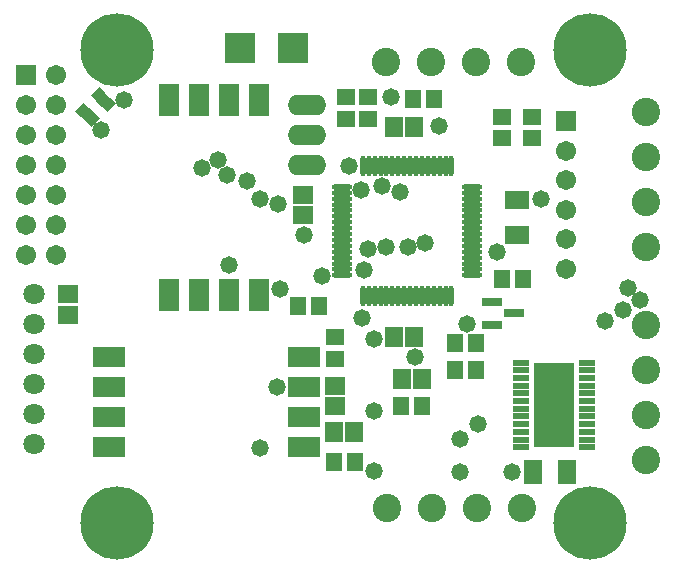
<source format=gts>
%FSLAX24Y24*%
%MOIN*%
G70*
G01*
G75*
G04 Layer_Color=8388736*
%ADD10R,0.0512X0.0591*%
%ADD11R,0.0453X0.0118*%
%ADD12R,0.0709X0.0512*%
%ADD13R,0.0551X0.0472*%
%ADD14R,0.0591X0.0512*%
G04:AMPARAMS|DCode=15|XSize=33.5mil|YSize=15.7mil|CornerRadius=0mil|HoleSize=0mil|Usage=FLASHONLY|Rotation=225.000|XOffset=0mil|YOffset=0mil|HoleType=Round|Shape=Rectangle|*
%AMROTATEDRECTD15*
4,1,4,0.0063,0.0174,0.0174,0.0063,-0.0063,-0.0174,-0.0174,-0.0063,0.0063,0.0174,0.0*
%
%ADD15ROTATEDRECTD15*%

%ADD16O,0.0098X0.0610*%
%ADD17O,0.0610X0.0098*%
%ADD18R,0.1000X0.0600*%
%ADD19R,0.0600X0.1000*%
%ADD20R,0.0906X0.0906*%
%ADD21R,0.0472X0.0551*%
%ADD22R,0.0591X0.0236*%
%ADD23R,0.0512X0.0709*%
%ADD24C,0.0120*%
%ADD25C,0.0200*%
%ADD26C,0.0080*%
%ADD27C,0.0500*%
%ADD28C,0.0250*%
%ADD29C,0.0400*%
%ADD30R,0.1260X0.2756*%
%ADD31C,0.0591*%
%ADD32R,0.0591X0.0591*%
%ADD33C,0.2362*%
%ADD34C,0.0866*%
%ADD35C,0.0630*%
%ADD36O,0.1200X0.0600*%
%ADD37C,0.0500*%
%ADD38C,0.0098*%
%ADD39C,0.0079*%
%ADD40C,0.0236*%
%ADD41C,0.0100*%
%ADD42R,0.0592X0.0671*%
%ADD43R,0.0533X0.0198*%
%ADD44R,0.0789X0.0592*%
%ADD45R,0.0631X0.0552*%
%ADD46R,0.0671X0.0592*%
G04:AMPARAMS|DCode=47|XSize=41.5mil|YSize=23.7mil|CornerRadius=0mil|HoleSize=0mil|Usage=FLASHONLY|Rotation=225.000|XOffset=0mil|YOffset=0mil|HoleType=Round|Shape=Rectangle|*
%AMROTATEDRECTD47*
4,1,4,0.0063,0.0231,0.0231,0.0063,-0.0063,-0.0231,-0.0231,-0.0063,0.0063,0.0231,0.0*
%
%ADD47ROTATEDRECTD47*%

%ADD48O,0.0178X0.0690*%
%ADD49O,0.0690X0.0178*%
%ADD50R,0.1080X0.0680*%
%ADD51R,0.0680X0.1080*%
%ADD52R,0.0986X0.0986*%
%ADD53R,0.0552X0.0631*%
%ADD54R,0.0671X0.0316*%
%ADD55R,0.0592X0.0789*%
%ADD56R,0.1340X0.2836*%
%ADD57C,0.0671*%
%ADD58R,0.0671X0.0671*%
%ADD59C,0.2442*%
%ADD60C,0.0946*%
%ADD61C,0.0710*%
%ADD62O,0.1280X0.0680*%
%ADD63C,0.0580*%
D42*
X13835Y7750D02*
D03*
X13165D02*
D03*
X13835Y14750D02*
D03*
X13165D02*
D03*
X14085Y6350D02*
D03*
X13415D02*
D03*
X11835Y4600D02*
D03*
X11165D02*
D03*
D43*
X19593Y4093D02*
D03*
Y4348D02*
D03*
Y4604D02*
D03*
Y4860D02*
D03*
Y5116D02*
D03*
Y5372D02*
D03*
Y5628D02*
D03*
Y5884D02*
D03*
Y6140D02*
D03*
Y6396D02*
D03*
Y6652D02*
D03*
Y6907D02*
D03*
X17407Y4093D02*
D03*
Y4348D02*
D03*
Y4604D02*
D03*
Y4860D02*
D03*
Y5116D02*
D03*
Y5372D02*
D03*
Y5628D02*
D03*
Y5884D02*
D03*
Y6140D02*
D03*
Y6396D02*
D03*
Y6652D02*
D03*
Y6907D02*
D03*
D44*
X17250Y12321D02*
D03*
Y11179D02*
D03*
D45*
X17750Y14396D02*
D03*
Y15104D02*
D03*
X16750Y15104D02*
D03*
Y14396D02*
D03*
X11200Y7754D02*
D03*
Y7046D02*
D03*
X12300Y15754D02*
D03*
Y15046D02*
D03*
X11550D02*
D03*
Y15754D02*
D03*
D46*
X10138Y11825D02*
D03*
Y12494D02*
D03*
X11200Y5465D02*
D03*
Y6135D02*
D03*
X2300Y9185D02*
D03*
Y8515D02*
D03*
D47*
X3650Y15500D02*
D03*
X3469Y15681D02*
D03*
X3288Y15862D02*
D03*
X2773Y15347D02*
D03*
X2954Y15166D02*
D03*
X3135Y14985D02*
D03*
D48*
X15075Y13470D02*
D03*
X14878D02*
D03*
X14681D02*
D03*
X14484D02*
D03*
X14287D02*
D03*
X14091D02*
D03*
X13894D02*
D03*
X13697Y13470D02*
D03*
X13500D02*
D03*
X13303D02*
D03*
X13106Y13470D02*
D03*
X12909D02*
D03*
X12713D02*
D03*
X12516D02*
D03*
X12319D02*
D03*
X12122D02*
D03*
Y9120D02*
D03*
X12319D02*
D03*
X12516D02*
D03*
X12713D02*
D03*
X12909D02*
D03*
X13106D02*
D03*
X13303Y9120D02*
D03*
X13500D02*
D03*
X13697D02*
D03*
X13894Y9120D02*
D03*
X14091D02*
D03*
X14287D02*
D03*
X14484D02*
D03*
X14681D02*
D03*
X14878D02*
D03*
X15075D02*
D03*
D49*
X11423Y12772D02*
D03*
Y12575D02*
D03*
Y12378D02*
D03*
Y12181D02*
D03*
Y11984D02*
D03*
Y11787D02*
D03*
Y11591D02*
D03*
X11423Y11394D02*
D03*
Y11197D02*
D03*
Y11000D02*
D03*
X11423Y10803D02*
D03*
Y10606D02*
D03*
Y10409D02*
D03*
Y10213D02*
D03*
Y10016D02*
D03*
Y9819D02*
D03*
X15774D02*
D03*
Y10016D02*
D03*
Y10213D02*
D03*
Y10409D02*
D03*
Y10606D02*
D03*
Y10803D02*
D03*
X15774Y11000D02*
D03*
Y11197D02*
D03*
Y11394D02*
D03*
X15774Y11591D02*
D03*
Y11787D02*
D03*
Y11984D02*
D03*
Y12181D02*
D03*
Y12378D02*
D03*
Y12575D02*
D03*
Y12772D02*
D03*
D50*
X3650Y4100D02*
D03*
Y5100D02*
D03*
Y6100D02*
D03*
Y7100D02*
D03*
X10150D02*
D03*
Y6100D02*
D03*
Y5100D02*
D03*
Y4100D02*
D03*
D51*
X5650Y15650D02*
D03*
X6650D02*
D03*
X7650D02*
D03*
X8650D02*
D03*
Y9150D02*
D03*
X7650D02*
D03*
X6650D02*
D03*
X5650D02*
D03*
D52*
X9786Y17400D02*
D03*
X8014D02*
D03*
D53*
X14504Y15700D02*
D03*
X13796D02*
D03*
X16746Y9700D02*
D03*
X17454D02*
D03*
X15196Y7550D02*
D03*
X15904D02*
D03*
X15904Y6650D02*
D03*
X15196D02*
D03*
X13396Y5450D02*
D03*
X14104D02*
D03*
X11146Y3600D02*
D03*
X11854D02*
D03*
X9946Y8800D02*
D03*
X10654D02*
D03*
D54*
X17174Y8550D02*
D03*
X16426Y8176D02*
D03*
Y8924D02*
D03*
D55*
X17779Y3250D02*
D03*
X18921D02*
D03*
D56*
X18500Y5500D02*
D03*
D57*
X18898Y10039D02*
D03*
Y11024D02*
D03*
Y12008D02*
D03*
Y12992D02*
D03*
Y13976D02*
D03*
X1900Y10500D02*
D03*
X900D02*
D03*
X1900Y11500D02*
D03*
X900D02*
D03*
X1900Y12500D02*
D03*
X900D02*
D03*
X1900Y13500D02*
D03*
X900D02*
D03*
X1900Y14500D02*
D03*
X900D02*
D03*
X1900Y15500D02*
D03*
X900D02*
D03*
X1900Y16500D02*
D03*
D58*
X18898Y14961D02*
D03*
X900Y16500D02*
D03*
D59*
X3937Y17323D02*
D03*
Y1575D02*
D03*
X19685Y17323D02*
D03*
Y1575D02*
D03*
D60*
X21547Y10756D02*
D03*
Y12256D02*
D03*
Y13756D02*
D03*
Y15256D02*
D03*
X12921Y2075D02*
D03*
X14421D02*
D03*
X15921D02*
D03*
X17421D02*
D03*
X21547Y3669D02*
D03*
Y5169D02*
D03*
Y6669D02*
D03*
Y8169D02*
D03*
X17394Y16921D02*
D03*
X15894D02*
D03*
X14394D02*
D03*
X12894D02*
D03*
D61*
X1150Y4200D02*
D03*
Y5200D02*
D03*
Y6200D02*
D03*
Y7200D02*
D03*
Y8200D02*
D03*
Y9200D02*
D03*
D62*
X10250Y15500D02*
D03*
Y14500D02*
D03*
Y13500D02*
D03*
D63*
X12500Y3300D02*
D03*
X10750Y9800D02*
D03*
X10150Y11150D02*
D03*
X11650Y13450D02*
D03*
X12500Y5300D02*
D03*
X12100Y8400D02*
D03*
X12500Y7700D02*
D03*
X21350Y9000D02*
D03*
X16600Y10600D02*
D03*
X20950Y9400D02*
D03*
X15950Y4850D02*
D03*
X15350Y4350D02*
D03*
Y3250D02*
D03*
X14650Y14800D02*
D03*
X13050Y15750D02*
D03*
X7650Y10150D02*
D03*
X9250Y6100D02*
D03*
X13850Y7100D02*
D03*
X9350Y9350D02*
D03*
X14200Y10900D02*
D03*
X13640Y10777D02*
D03*
X7600Y13150D02*
D03*
X15600Y8200D02*
D03*
X18050Y12350D02*
D03*
X9300Y12200D02*
D03*
X8700Y12350D02*
D03*
X8250Y12950D02*
D03*
X12750Y12800D02*
D03*
X13350Y12600D02*
D03*
X12050Y12650D02*
D03*
X8700Y4050D02*
D03*
X20800Y8650D02*
D03*
X20200Y8300D02*
D03*
X12150Y10000D02*
D03*
X6750Y13400D02*
D03*
X7300Y13650D02*
D03*
X12900Y10750D02*
D03*
X12300Y10700D02*
D03*
X17100Y3250D02*
D03*
X4150Y15650D02*
D03*
X3400Y14650D02*
D03*
M02*

</source>
